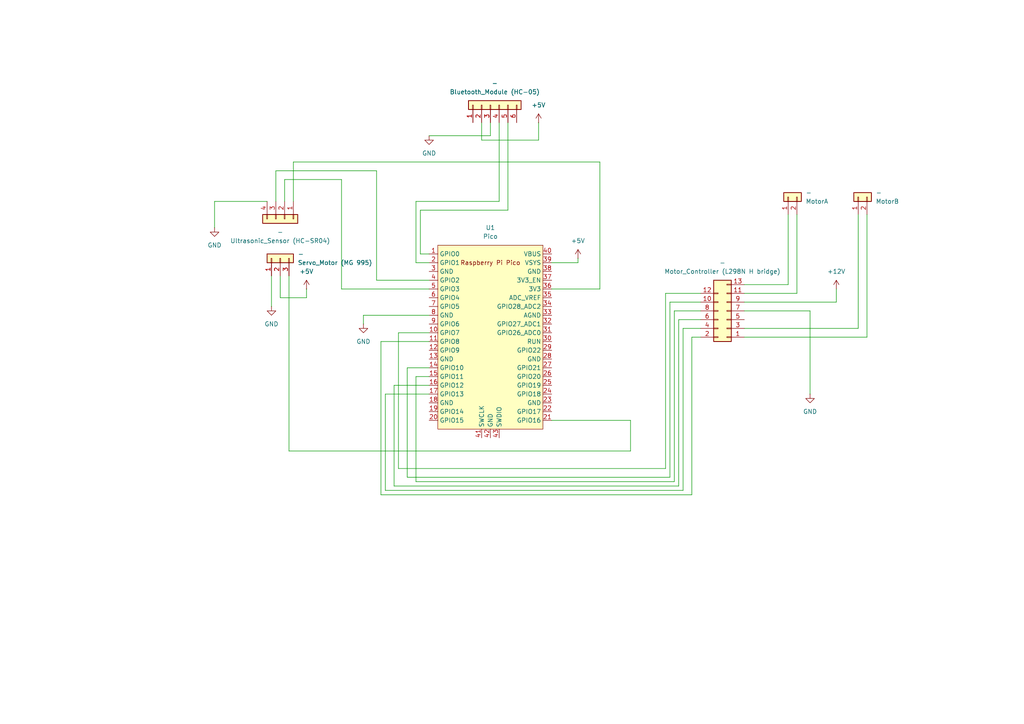
<source format=kicad_sch>
(kicad_sch (version 20231120) (generator "eeschema") (generator_version "8.0")
  (paper "A4")
  (lib_symbols
    (symbol "Connector_Generic:Conn_01x02" (pin_names (offset 1.016) hide)
      (property "Reference" "J" (at 0 2.54 0))
      (property "Value" "Conn_01x02" (at 0 -5.08 0))
      (symbol "Conn_01x02_1_1"
        (rectangle (start -1.27 -2.413) (end 0 -2.667) (stroke (width 0.1524)))
        (rectangle (start -1.27 0.127) (end 0 -0.127) (stroke (width 0.1524)))
        (rectangle (start -1.27 1.27) (end 1.27 -3.81) (stroke (width 0.254)) (fill (type background)))
        (pin passive line (at -5.08 0 0) (length 3.81) (name "Pin_1") (number "1"))
        (pin passive line (at -5.08 -2.54 0) (length 3.81) (name "Pin_2") (number "2"))
      )
    )
    (symbol "Connector_Generic:Conn_01x03" (pin_names (offset 1.016) hide)
      (property "Reference" "J" (at 0 5.08 0))
      (property "Value" "Conn_01x03" (at 0 -5.08 0))
      (symbol "Conn_01x03_1_1"
        (rectangle (start -1.27 -2.413) (end 0 -2.667) (stroke (width 0.1524)))
        (rectangle (start -1.27 0.127) (end 0 -0.127) (stroke (width 0.1524)))
        (rectangle (start -1.27 2.667) (end 0 2.413) (stroke (width 0.1524)))
        (rectangle (start -1.27 3.81) (end 1.27 -3.81) (stroke (width 0.254)) (fill (type background)))
        (pin passive line (at -5.08 2.54 0) (length 3.81) (name "Pin_1") (number "1"))
        (pin passive line (at -5.08 0 0) (length 3.81) (name "Pin_2") (number "2"))
        (pin passive line (at -5.08 -2.54 0) (length 3.81) (name "Pin_3") (number "3"))
      )
    )
    (symbol "Connector_Generic:Conn_01x04" (pin_names (offset 1.016) hide)
      (property "Reference" "J" (at 0 5.08 0))
      (property "Value" "Conn_01x04" (at 0 -7.62 0))
      (symbol "Conn_01x04_1_1"
        (rectangle (start -1.27 -4.953) (end 0 -5.207) (stroke (width 0.1524)))
        (rectangle (start -1.27 -2.413) (end 0 -2.667) (stroke (width 0.1524)))
        (rectangle (start -1.27 0.127) (end 0 -0.127) (stroke (width 0.1524)))
        (rectangle (start -1.27 2.667) (end 0 2.413) (stroke (width 0.1524)))
        (rectangle (start -1.27 3.81) (end 1.27 -6.35) (stroke (width 0.254)) (fill (type background)))
        (pin passive line (at -5.08 2.54 0) (length 3.81) (name "Pin_1") (number "1"))
        (pin passive line (at -5.08 0 0) (length 3.81) (name "Pin_2") (number "2"))
        (pin passive line (at -5.08 -2.54 0) (length 3.81) (name "Pin_3") (number "3"))
        (pin passive line (at -5.08 -5.08 0) (length 3.81) (name "Pin_4") (number "4"))
      )
    )
    (symbol "Connector_Generic:Conn_01x06" (pin_names (offset 1.016) hide)
      (property "Reference" "J" (at 0 7.62 0))
      (property "Value" "Conn_01x06" (at 0 -10.16 0))
      (symbol "Conn_01x06_1_1"
        (rectangle (start -1.27 -7.493) (end 0 -7.747) (stroke (width 0.1524)))
        (rectangle (start -1.27 -4.953) (end 0 -5.207) (stroke (width 0.1524)))
        (rectangle (start -1.27 -2.413) (end 0 -2.667) (stroke (width 0.1524)))
        (rectangle (start -1.27 0.127) (end 0 -0.127) (stroke (width 0.1524)))
        (rectangle (start -1.27 2.667) (end 0 2.413) (stroke (width 0.1524)))
        (rectangle (start -1.27 5.207) (end 0 4.953) (stroke (width 0.1524)))
        (rectangle (start -1.27 6.35) (end 1.27 -8.89) (stroke (width 0.254)) (fill (type background)))
        (pin passive line (at -5.08 5.08 0) (length 3.81) (name "Pin_1") (number "1"))
        (pin passive line (at -5.08 2.54 0) (length 3.81) (name "Pin_2") (number "2"))
        (pin passive line (at -5.08 0 0) (length 3.81) (name "Pin_3") (number "3"))
        (pin passive line (at -5.08 -2.54 0) (length 3.81) (name "Pin_4") (number "4"))
        (pin passive line (at -5.08 -5.08 0) (length 3.81) (name "Pin_5") (number "5"))
        (pin passive line (at -5.08 -7.62 0) (length 3.81) (name "Pin_6") (number "6"))
      )
    )
    (symbol "Connector_Generic:Conn_2Rows-13Pins" (pin_names (offset 1.016) hide)
      (property "Reference" "J" (at 1.27 10.16 0))
      (property "Value" "Conn_2Rows-13Pins" (at 1.27 -10.16 0))
      (symbol "Conn_2Rows-13Pins_1_1"
        (rectangle (start -1.27 -7.493) (end 0 -7.747) (stroke (width 0.1524)))
        (rectangle (start -1.27 -4.953) (end 0 -5.207) (stroke (width 0.1524)))
        (rectangle (start -1.27 -2.413) (end 0 -2.667) (stroke (width 0.1524)))
        (rectangle (start -1.27 0.127) (end 0 -0.127) (stroke (width 0.1524)))
        (rectangle (start -1.27 2.667) (end 0 2.413) (stroke (width 0.1524)))
        (rectangle (start -1.27 5.207) (end 0 4.953) (stroke (width 0.1524)))
        (rectangle (start -1.27 7.747) (end 0 7.493) (stroke (width 0.1524)))
        (rectangle (start -1.27 8.89) (end 3.81 -8.89) (stroke (width 0.254)) (fill (type background)))
        (rectangle (start 3.81 -4.953) (end 2.54 -5.207) (stroke (width 0.1524)))
        (rectangle (start 3.81 -2.413) (end 2.54 -2.667) (stroke (width 0.1524)))
        (rectangle (start 3.81 0.127) (end 2.54 -0.127) (stroke (width 0.1524)))
        (rectangle (start 3.81 2.667) (end 2.54 2.413) (stroke (width 0.1524)))
        (rectangle (start 3.81 5.207) (end 2.54 4.953) (stroke (width 0.1524)))
        (rectangle (start 3.81 7.747) (end 2.54 7.493) (stroke (width 0.1524)))
        (pin passive line (at -5.08 7.62 0) (length 3.81) (name "Pin_1") (number "1"))
        (pin passive line (at 7.62 -2.54 180) (length 3.81) (name "Pin_10") (number "10"))
        (pin passive line (at -5.08 -5.08 0) (length 3.81) (name "Pin_11") (number "11"))
        (pin passive line (at 7.62 -5.08 180) (length 3.81) (name "Pin_12") (number "12"))
        (pin passive line (at -5.08 -7.62 0) (length 3.81) (name "Pin_13") (number "13"))
        (pin passive line (at 7.62 7.62 180) (length 3.81) (name "Pin_2") (number "2"))
        (pin passive line (at -5.08 5.08 0) (length 3.81) (name "Pin_3") (number "3"))
        (pin passive line (at 7.62 5.08 180) (length 3.81) (name "Pin_4") (number "4"))
        (pin passive line (at -5.08 2.54 0) (length 3.81) (name "Pin_5") (number "5"))
        (pin passive line (at 7.62 2.54 180) (length 3.81) (name "Pin_6") (number "6"))
        (pin passive line (at -5.08 0 0) (length 3.81) (name "Pin_7") (number "7"))
        (pin passive line (at 7.62 0 180) (length 3.81) (name "Pin_8") (number "8"))
        (pin passive line (at -5.08 -2.54 0) (length 3.81) (name "Pin_9") (number "9"))
      )
    )
    (symbol "Pico:Pico"
      (property "Reference" "U" (at -13.97 27.94 0))
      (property "Value" "Pico" (at 0 19.05 0))
      (symbol "Pico_0_0"
        (text "Raspberry Pi Pico" (at 0 21.59 0) (effects (font (size 1.27 1.27))))
      )
      (symbol "Pico_0_1"
        (rectangle (start -15.24 26.67) (end 15.24 -26.67) (fill (type background)))
      )
      (symbol "Pico_1_1"
        (pin bidirectional line (at -17.78 24.13 0) (length 2.54) (name "GPIO0") (number "1"))
        (pin bidirectional line (at -17.78 1.27 0) (length 2.54) (name "GPIO7") (number "10"))
        (pin bidirectional line (at -17.78 -1.27 0) (length 2.54) (name "GPIO8") (number "11"))
        (pin bidirectional line (at -17.78 -3.81 0) (length 2.54) (name "GPIO9") (number "12"))
        (pin power_in line (at -17.78 -6.35 0) (length 2.54) (name "GND") (number "13"))
        (pin bidirectional line (at -17.78 -8.89 0) (length 2.54) (name "GPIO10") (number "14"))
        (pin bidirectional line (at -17.78 -11.43 0) (length 2.54) (name "GPIO11") (number "15"))
        (pin bidirectional line (at -17.78 -13.97 0) (length 2.54) (name "GPIO12") (number "16"))
        (pin bidirectional line (at -17.78 -16.51 0) (length 2.54) (name "GPIO13") (number "17"))
        (pin power_in line (at -17.78 -19.05 0) (length 2.54) (name "GND") (number "18"))
        (pin bidirectional line (at -17.78 -21.59 0) (length 2.54) (name "GPIO14") (number "19"))
        (pin bidirectional line (at -17.78 21.59 0) (length 2.54) (name "GPIO1") (number "2"))
        (pin bidirectional line (at -17.78 -24.13 0) (length 2.54) (name "GPIO15") (number "20"))
        (pin bidirectional line (at 17.78 -24.13 180) (length 2.54) (name "GPIO16") (number "21"))
        (pin bidirectional line (at 17.78 -21.59 180) (length 2.54) (name "GPIO17") (number "22"))
        (pin power_in line (at 17.78 -19.05 180) (length 2.54) (name "GND") (number "23"))
        (pin bidirectional line (at 17.78 -16.51 180) (length 2.54) (name "GPIO18") (number "24"))
        (pin bidirectional line (at 17.78 -13.97 180) (length 2.54) (name "GPIO19") (number "25"))
        (pin bidirectional line (at 17.78 -11.43 180) (length 2.54) (name "GPIO20") (number "26"))
        (pin bidirectional line (at 17.78 -8.89 180) (length 2.54) (name "GPIO21") (number "27"))
        (pin power_in line (at 17.78 -6.35 180) (length 2.54) (name "GND") (number "28"))
        (pin bidirectional line (at 17.78 -3.81 180) (length 2.54) (name "GPIO22") (number "29"))
        (pin power_in line (at -17.78 19.05 0) (length 2.54) (name "GND") (number "3"))
        (pin input line (at 17.78 -1.27 180) (length 2.54) (name "RUN") (number "30"))
        (pin bidirectional line (at 17.78 1.27 180) (length 2.54) (name "GPIO26_ADC0") (number "31"))
        (pin bidirectional line (at 17.78 3.81 180) (length 2.54) (name "GPIO27_ADC1") (number "32"))
        (pin power_in line (at 17.78 6.35 180) (length 2.54) (name "AGND") (number "33"))
        (pin bidirectional line (at 17.78 8.89 180) (length 2.54) (name "GPIO28_ADC2") (number "34"))
        (pin power_in line (at 17.78 11.43 180) (length 2.54) (name "ADC_VREF") (number "35"))
        (pin power_in line (at 17.78 13.97 180) (length 2.54) (name "3V3") (number "36"))
        (pin input line (at 17.78 16.51 180) (length 2.54) (name "3V3_EN") (number "37"))
        (pin bidirectional line (at 17.78 19.05 180) (length 2.54) (name "GND") (number "38"))
        (pin power_in line (at 17.78 21.59 180) (length 2.54) (name "VSYS") (number "39"))
        (pin bidirectional line (at -17.78 16.51 0) (length 2.54) (name "GPIO2") (number "4"))
        (pin power_in line (at 17.78 24.13 180) (length 2.54) (name "VBUS") (number "40"))
        (pin input line (at -2.54 -29.21 90) (length 2.54) (name "SWCLK") (number "41"))
        (pin power_in line (at 0 -29.21 90) (length 2.54) (name "GND") (number "42"))
        (pin bidirectional line (at 2.54 -29.21 90) (length 2.54) (name "SWDIO") (number "43"))
        (pin bidirectional line (at -17.78 13.97 0) (length 2.54) (name "GPIO3") (number "5"))
        (pin bidirectional line (at -17.78 11.43 0) (length 2.54) (name "GPIO4") (number "6"))
        (pin bidirectional line (at -17.78 8.89 0) (length 2.54) (name "GPIO5") (number "7"))
        (pin power_in line (at -17.78 6.35 0) (length 2.54) (name "GND") (number "8"))
        (pin bidirectional line (at -17.78 3.81 0) (length 2.54) (name "GPIO6") (number "9"))
      )
    )
    (symbol "power:+12V" (power) (pin_numbers hide) (pin_names (offset 0) hide)
      (property "Value" "+12V" (at 0 3.556 0))
      (symbol "+12V_0_1"
        (polyline (pts (xy -0.762 1.27) (xy 0 2.54)))
        (polyline (pts (xy 0 0) (xy 0 2.54)))
        (polyline (pts (xy 0 2.54) (xy 0.762 1.27)))
      )
      (symbol "+12V_1_1"
        (pin power_in line (at 0 0 90) (length 0) (name "~") (number "1"))
      )
    )
    (symbol "power:+5V" (power) (pin_numbers hide) (pin_names (offset 0) hide)
      (property "Value" "+5V" (at 0 3.556 0))
      (symbol "+5V_0_1"
        (polyline (pts (xy -0.762 1.27) (xy 0 2.54)))
        (polyline (pts (xy 0 0) (xy 0 2.54)))
        (polyline (pts (xy 0 2.54) (xy 0.762 1.27)))
      )
      (symbol "+5V_1_1"
        (pin power_in line (at 0 0 90) (length 0) (name "~") (number "1"))
      )
    )
    (symbol "power:GND" (power) (pin_numbers hide) (pin_names (offset 0) hide)
      (property "Value" "GND" (at 0 -3.81 0))
      (symbol "GND_0_1"
        (polyline (pts (xy 0 0) (xy 0 -1.27) (xy 1.27 -1.27) (xy 0 -2.54) (xy -1.27 -1.27) (xy 0 -1.27)))
      )
      (symbol "GND_1_1"
        (pin power_in line (at 0 0 270) (length 0) (name "~") (number "1"))
      )
    )
  )
  (wire (pts (xy 215.9 90.17) (xy 234.95 90.17)))
  (wire (pts (xy 193.04 85.09) (xy 193.04 135.89)))
  (wire (pts (xy 115.57 135.89) (xy 115.57 96.52)))
  (wire (pts (xy 242.57 87.63) (xy 242.57 83.82)))
  (wire (pts (xy 78.74 80.01) (xy 78.74 88.9)))
  (wire (pts (xy 215.9 85.09) (xy 231.14 85.09)))
  (wire (pts (xy 115.57 96.52) (xy 124.46 96.52)))
  (wire (pts (xy 85.09 58.42) (xy 85.09 46.99)))
  (wire (pts (xy 80.01 58.42) (xy 80.01 49.53)))
  (wire (pts (xy 121.92 73.66) (xy 124.46 73.66)))
  (wire (pts (xy 160.02 76.2) (xy 167.64 76.2)))
  (wire (pts (xy 173.99 46.99) (xy 173.99 83.82)))
  (wire (pts (xy 99.06 52.07) (xy 99.06 83.82)))
  (wire (pts (xy 139.7 35.56) (xy 139.7 40.64)))
  (wire (pts (xy 203.2 85.09) (xy 193.04 85.09)))
  (wire (pts (xy 147.32 35.56) (xy 147.32 60.96)))
  (wire (pts (xy 110.49 143.51) (xy 110.49 99.06)))
  (wire (pts (xy 120.65 58.42) (xy 120.65 76.2)))
  (wire (pts (xy 196.85 140.97) (xy 114.3 140.97)))
  (wire (pts (xy 231.14 85.09) (xy 231.14 62.23)))
  (wire (pts (xy 194.31 87.63) (xy 194.31 138.43)))
  (wire (pts (xy 83.82 80.01) (xy 83.82 130.81)))
  (wire (pts (xy 88.9 86.36) (xy 88.9 83.82)))
  (wire (pts (xy 215.9 87.63) (xy 242.57 87.63)))
  (wire (pts (xy 203.2 87.63) (xy 194.31 87.63)))
  (wire (pts (xy 193.04 135.89) (xy 115.57 135.89)))
  (wire (pts (xy 120.65 139.7) (xy 120.65 109.22)))
  (wire (pts (xy 182.88 130.81) (xy 182.88 121.92)))
  (wire (pts (xy 82.55 58.42) (xy 82.55 52.07)))
  (wire (pts (xy 203.2 95.25) (xy 198.12 95.25)))
  (wire (pts (xy 182.88 121.92) (xy 160.02 121.92)))
  (wire (pts (xy 83.82 130.81) (xy 182.88 130.81)))
  (wire (pts (xy 167.64 74.93) (xy 167.64 76.2)))
  (wire (pts (xy 215.9 95.25) (xy 248.92 95.25)))
  (wire (pts (xy 124.46 91.44) (xy 105.41 91.44)))
  (wire (pts (xy 203.2 92.71) (xy 196.85 92.71)))
  (wire (pts (xy 251.46 97.79) (xy 251.46 62.23)))
  (wire (pts (xy 81.28 86.36) (xy 88.9 86.36)))
  (wire (pts (xy 99.06 83.82) (xy 124.46 83.82)))
  (wire (pts (xy 114.3 140.97) (xy 114.3 111.76)))
  (wire (pts (xy 228.6 82.55) (xy 228.6 62.23)))
  (wire (pts (xy 80.01 49.53) (xy 109.22 49.53)))
  (wire (pts (xy 62.23 58.42) (xy 62.23 66.04)))
  (wire (pts (xy 203.2 90.17) (xy 195.58 90.17)))
  (wire (pts (xy 195.58 90.17) (xy 195.58 139.7)))
  (wire (pts (xy 144.78 58.42) (xy 120.65 58.42)))
  (wire (pts (xy 121.92 60.96) (xy 121.92 73.66)))
  (wire (pts (xy 139.7 40.64) (xy 156.21 40.64)))
  (wire (pts (xy 173.99 83.82) (xy 160.02 83.82)))
  (wire (pts (xy 142.24 39.37) (xy 124.46 39.37)))
  (wire (pts (xy 200.66 143.51) (xy 110.49 143.51)))
  (wire (pts (xy 198.12 142.24) (xy 111.76 142.24)))
  (wire (pts (xy 198.12 95.25) (xy 198.12 142.24)))
  (wire (pts (xy 248.92 95.25) (xy 248.92 62.23)))
  (wire (pts (xy 85.09 46.99) (xy 173.99 46.99)))
  (wire (pts (xy 114.3 111.76) (xy 124.46 111.76)))
  (wire (pts (xy 156.21 40.64) (xy 156.21 35.56)))
  (wire (pts (xy 105.41 91.44) (xy 105.41 93.98)))
  (wire (pts (xy 147.32 60.96) (xy 121.92 60.96)))
  (wire (pts (xy 109.22 81.28) (xy 124.46 81.28)))
  (wire (pts (xy 110.49 99.06) (xy 124.46 99.06)))
  (wire (pts (xy 120.65 109.22) (xy 124.46 109.22)))
  (wire (pts (xy 200.66 97.79) (xy 200.66 143.51)))
  (wire (pts (xy 118.11 106.68) (xy 124.46 106.68)))
  (wire (pts (xy 118.11 138.43) (xy 118.11 106.68)))
  (wire (pts (xy 215.9 82.55) (xy 228.6 82.55)))
  (wire (pts (xy 109.22 49.53) (xy 109.22 81.28)))
  (wire (pts (xy 203.2 97.79) (xy 200.66 97.79)))
  (wire (pts (xy 142.24 35.56) (xy 142.24 39.37)))
  (wire (pts (xy 82.55 52.07) (xy 99.06 52.07)))
  (wire (pts (xy 111.76 142.24) (xy 111.76 114.3)))
  (wire (pts (xy 111.76 114.3) (xy 124.46 114.3)))
  (wire (pts (xy 196.85 92.71) (xy 196.85 140.97)))
  (wire (pts (xy 120.65 76.2) (xy 124.46 76.2)))
  (wire (pts (xy 194.31 138.43) (xy 118.11 138.43)))
  (wire (pts (xy 81.28 80.01) (xy 81.28 86.36)))
  (wire (pts (xy 144.78 35.56) (xy 144.78 58.42)))
  (wire (pts (xy 195.58 139.7) (xy 120.65 139.7)))
  (wire (pts (xy 77.47 58.42) (xy 62.23 58.42)))
  (wire (pts (xy 234.95 90.17) (xy 234.95 114.3)))
  (wire (pts (xy 215.9 97.79) (xy 251.46 97.79)))
  (symbol (lib_id "power:+5V") (at 167.64 74.93 0) (unit 1)
    (property "Reference" "#PWR04" (effects (hide yes)))
    (property "Value" "+5V" (at 167.64 69.85 0))
    (property "Description" "Power symbol creates a global label with name \"+5V\"" (effects (hide yes)))
  )
  (symbol (lib_id "Connector_Generic:Conn_01x04") (at 82.55 63.5 270) (unit 1)
    (property "Reference" "-" (at 81.28 67.31 90))
    (property "Value" "Ultrasonic_Sensor (HC-SR04)" (at 81.28 69.85 90))
    (property "Description" "Generic connector, single row, 01x04, script generated (kicad-library-utils/schlib/autogen/connector/)" (effects (hide yes)))
  )
  (symbol (lib_id "power:GND") (at 124.46 39.37 0) (unit 1)
    (property "Reference" "#PWR06" (effects (hide yes)))
    (property "Value" "GND" (at 124.46 44.45 0))
    (property "Description" "Power symbol creates a global label with name \"GND\" , ground" (effects (hide yes)))
  )
  (symbol (lib_id "power:GND") (at 234.95 114.3 0) (unit 1)
    (property "Reference" "#PWR08" (effects (hide yes)))
    (property "Value" "GND" (at 234.95 119.38 0))
    (property "Description" "Power symbol creates a global label with name \"GND\" , ground" (effects (hide yes)))
  )
  (symbol (lib_id "Connector_Generic:Conn_01x02") (at 248.92 57.15 90) (unit 1)
    (property "Reference" "-" (at 254 55.8799 90) (effects (justify right)))
    (property "Value" "MotorB" (at 254 58.4199 90) (effects (justify right)))
    (property "Description" "Generic connector, single row, 01x02, script generated (kicad-library-utils/schlib/autogen/connector/)" (effects (hide yes)))
  )
  (symbol (lib_id "Connector_Generic:Conn_01x06") (at 142.24 30.48 90) (unit 1)
    (property "Reference" "-" (at 143.51 24.13 90))
    (property "Value" "Bluetooth_Module (HC-05)" (at 143.51 26.67 90))
    (property "Description" "Generic connector, single row, 01x06, script generated (kicad-library-utils/schlib/autogen/connector/)" (effects (hide yes)))
  )
  (symbol (lib_id "Connector_Generic:Conn_01x02") (at 228.6 57.15 90) (unit 1)
    (property "Reference" "-" (at 233.68 55.8799 90) (effects (justify right)))
    (property "Value" "MotorA" (at 233.68 58.4199 90) (effects (justify right)))
    (property "Description" "Generic connector, single row, 01x02, script generated (kicad-library-utils/schlib/autogen/connector/)" (effects (hide yes)))
  )
  (symbol (lib_id "Connector_Generic:Conn_01x03") (at 81.28 74.93 90) (unit 1)
    (property "Reference" "-" (at 86.36 73.6599 90) (effects (justify right)))
    (property "Value" "Servo_Motor (MG 995)" (at 86.36 76.1999 90) (effects (justify right)))
    (property "Description" "Generic connector, single row, 01x03, script generated (kicad-library-utils/schlib/autogen/connector/)" (effects (hide yes)))
  )
  (symbol (lib_id "power:GND") (at 78.74 88.9 0) (unit 1)
    (property "Reference" "#PWR07" (effects (hide yes)))
    (property "Value" "GND" (at 78.74 93.98 0))
    (property "Description" "Power symbol creates a global label with name \"GND\" , ground" (effects (hide yes)))
  )
  (symbol (lib_id "Connector_Generic:Conn_2Rows-13Pins") (at 210.82 90.17 180) (unit 1)
    (property "Reference" "-" (at 209.55 76.2 0))
    (property "Value" "Motor_Controller (L298N H bridge)" (at 209.55 78.74 0))
    (property "Description" "Generic connector, double row, 13 pins, odd/even pin numbering scheme (row 1 odd numbers, row 2 even numbers), script generated (kicad-library-utils/schlib/autogen/connector/)" (effects (hide yes)))
  )
  (symbol (lib_id "power:GND") (at 62.23 66.04 0) (unit 1)
    (property "Reference" "#PWR03" (effects (hide yes)))
    (property "Value" "GND" (at 62.23 71.12 0))
    (property "Description" "Power symbol creates a global label with name \"GND\" , ground" (effects (hide yes)))
  )
  (symbol (lib_id "power:+5V") (at 88.9 83.82 0) (unit 1)
    (property "Reference" "#PWR09" (effects (hide yes)))
    (property "Value" "+5V" (at 88.9 78.74 0))
    (property "Description" "Power symbol creates a global label with name \"+5V\"" (effects (hide yes)))
  )
  (symbol (lib_id "power:GND") (at 105.41 93.98 0) (unit 1)
    (property "Reference" "#PWR01" (effects (hide yes)))
    (property "Value" "GND" (at 105.41 99.06 0))
    (property "Description" "Power symbol creates a global label with name \"GND\" , ground" (effects (hide yes)))
  )
  (symbol (lib_id "Pico:Pico") (at 142.24 97.79 0) (unit 1)
    (property "Reference" "U1" (at 142.24 66.04 0))
    (property "Value" "Pico" (at 142.24 68.58 0))
    (property "Footprint" "RPi_Pico:RPi_Pico_SMD_TH" (effects (hide yes)))
  )
  (symbol (lib_id "power:+12V") (at 242.57 83.82 0) (unit 1)
    (property "Reference" "#PWR05" (effects (hide yes)))
    (property "Value" "+12V" (at 242.57 78.74 0))
    (property "Description" "Power symbol creates a global label with name \"+12V\"" (effects (hide yes)))
  )
  (symbol (lib_id "power:+5V") (at 156.21 35.56 0) (unit 1)
    (property "Reference" "#PWR02" (effects (hide yes)))
    (property "Value" "+5V" (at 156.21 30.48 0))
    (property "Description" "Power symbol creates a global label with name \"+5V\"" (effects (hide yes)))
  )
)
</source>
